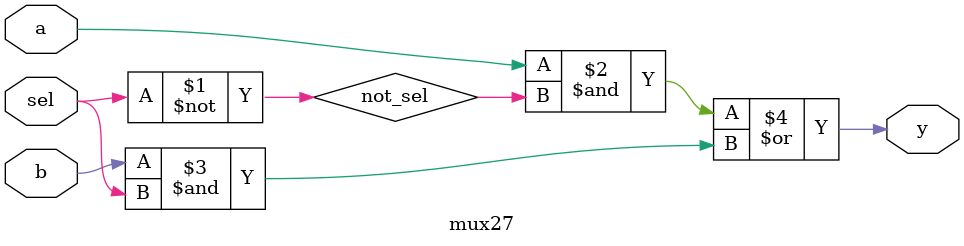
<source format=v>
module mux27 (input a, b, sel,
                      output y);

    wire not_sel;

    assign not_sel = ~sel;
    assign y = (a & not_sel) | (b & sel);
endmodule
</source>
